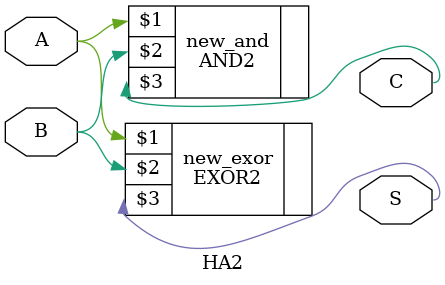
<source format=v>

module HA2 (
	input A,
	input B,
	output S,
	output C);

	EXOR2 new_exor (A, B, S);
	AND2 new_and (A, B, C);

endmodule

</source>
